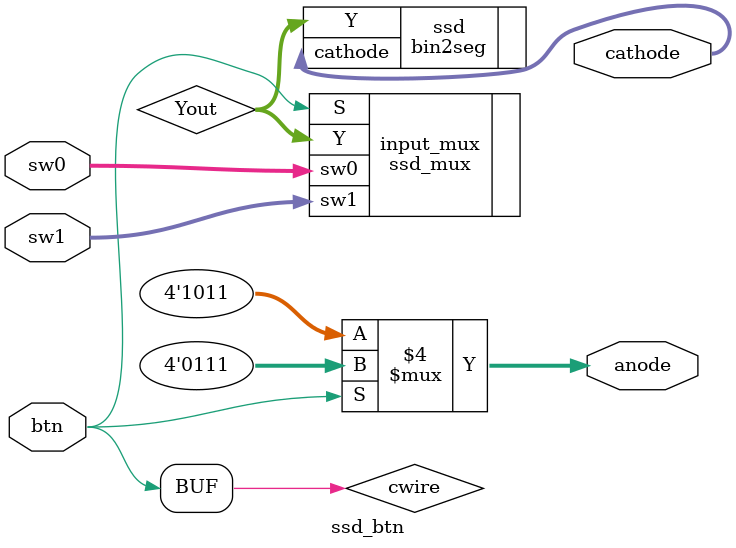
<source format=v>
`timescale 1ns / 1ps


module ssd_btn(
input [3:0] sw0,
input[3:0] sw1,
input btn,
output reg [3:0] anode,
output [6:0] cathode
    );

wire [3:0] Yout;
wire cwire;

assign cwire  = btn;

ssd_mux input_mux(
.sw0(sw0),
.sw1(sw1),
.S(cwire),
.Y(Yout)
);
bin2seg ssd(
.Y(Yout),
.cathode(cathode)
);
always@(*)
begin
if(cwire == 0)
    anode = 4'b1011;
else 
    anode = 4'b0111;
end
endmodule

</source>
